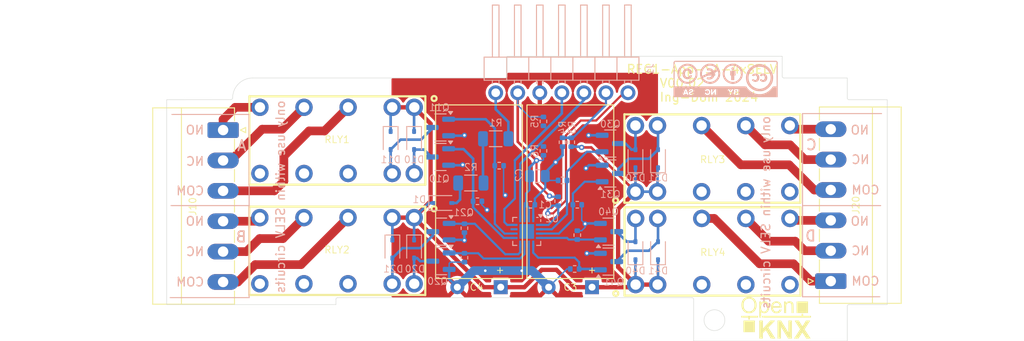
<source format=kicad_pcb>
(kicad_pcb (version 20240108) (generator "pcbnew") (generator_version "8.0")
  (title_block (date "2024-08-19") (rev "V00.02"))
  (layers (0 "F.Cu" signal) (31 "B.Cu" signal) (34 "B.Paste" user) (35 "F.Paste" user) (36 "B.SilkS" user "B.Silkscreen") (37 "F.SilkS" user "F.Silkscreen") (38 "B.Mask" user) (39 "F.Mask" user) (44 "Edge.Cuts" user))
  (net 0 "")
  (net 1 "+12V")
  (net 2 "Net-(D20-A)")
  (net 3 "Net-(D21-A)")
  (net 4 "Net-(D30-A)")
  (net 5 "+3.3V")
  (net 6 "GND")
  (net 7 "Net-(D31-A)")
  (net 8 "Net-(D10-A)")
  (net 9 "Net-(D11-A)")
  (net 10 "Net-(D40-A)")
  (net 11 "Net-(D41-A)")
  (net 21 "Net-(J10-Pin_1)")
  (net 22 "Net-(J10-Pin_2)")
  (net 23 "Net-(J10-Pin_3)")
  (net 24 "Net-(J10-Pin_4)")
  (net 25 "Net-(J10-Pin_5)")
  (net 26 "Net-(J10-Pin_6)")
  (net 30 "Net-(J20-Pin_4)")
  (net 31 "Net-(J20-Pin_5)")
  (net 32 "Net-(J20-Pin_6)")
  (net 33 "Net-(J20-Pin_1)")
  (net 34 "Net-(J20-Pin_2)")
  (net 35 "Net-(J20-Pin_3)")
  (net 36 "Net-(J1-VCC2)")
  (net 37 "Net-(D1-A)")
  (net 38 "Net-(R1-Pad2)")
  (net 39 "SDA")
  (net 40 "SCL")
  (net 41 "ADC0")
  (net 44 "RLY1_RESET")
  (net 45 "RLY2_SET")
  (net 46 "RLY2_RESET")
  (net 47 "RLY4_SET")
  (net 48 "RLY4_RESET")
  (net 49 "RLY1_SET")
  (net 50 "RESET")
  (net 51 "RLY3_SET")
  (net 52 "RLY3_RESET")
  (footprint "Connector_Phoenix_MC:PhoenixContact_MC_1,5_6-G-3.5_1x06_P3.50mm_Horizontal" (layer "F.Cu") (at 76.5 98.6 -90)
    (property "Reference" "J10")
    (property "Value" "01x06")
  )
  (footprint "Connector_Phoenix_MC:PhoenixContact_MC_1,5_6-G-3.5_1x06_P3.50mm_Horizontal" (layer "F.Cu") (at 146.5 116 90)
    (property "Reference" "J20")
    (property "Value" "Conn_01x06")
  )
  (footprint "DomsKiCADLib:CP_Radial_D10.0mm_H20.0mm_P5.00mm_Horizontal" (layer "F.Cu") (at 119 116.7 180)
    (property "Reference" "C3")
    (property "Value" "2200uF / 16V")
  )
  (footprint "DomsKiCADLib:RELAY-TH_HFD2-X-X-L2-X" (layer "F.Cu") (at 132.889992 101.889992)
    (property "Reference" "RLY3")
    (property "Value" "HFD2/012-S-L2-D")
  )
  (footprint "DomsKiCADLib:RELAY-TH_HFD2-X-X-L2-X" (layer "F.Cu") (at 132.909982 112.589992)
    (property "Reference" "RLY4")
    (property "Value" "HFD2/012-S-L2-D")
  )
  (footprint "OpenKNX:OpenKNX_Logo_10x10" (layer "F.Cu") (at 140.2 120.2)
    (property "Reference" "G***")
    (property "Value" "LOGO" (hide yes))
  )
  (footprint "DomsKiCADLib:CP_Radial_D10.0mm_H20.0mm_P5.00mm_Horizontal" (layer "F.Cu") (at 108.48 116.7 180)
    (property "Reference" "C4")
    (property "Value" "2200uF / 16V")
  )
  (footprint "DomsKiCADLib:RELAY-TH_HFD2-X-X-L2-X" (layer "F.Cu") (at 89.629997 99.789992 180)
    (property "Reference" "RLY1")
    (property "Value" "HFD2/012-S-L2-D")
  )
  (footprint "DomsKiCADLib:RELAY-TH_HFD2-X-X-L2-X" (layer "F.Cu") (at 89.620029 112.494666 180)
    (property "Reference" "RLY2")
    (property "Value" "HFD2/012-S-L2-D")
  )
  (footprint "Connector_PinHeader_2.54mm:PinHeader_1x10_P2.54mm_Horizontal" (layer "B.Cu") (at 130.76 94.3 90)
    (property "Reference" "J1")
    (property "Value" "REG1_App_Connector")
  )
  (footprint "Resistor_SMD:R_0402_1005Metric" (layer "B.Cu") (at 104.3 109.9 90)
    (property "Reference" "R12")
    (property "Value" "100k")
  )
  (footprint "Diode_SMD:D_SOD-323" (layer "B.Cu") (at 96 112.3 -90)
    (property "Reference" "D21")
    (property "Value" "1N4148W")
  )
  (footprint "Resistor_SMD:R_0402_1005Metric" (layer "B.Cu") (at 113.4 97.6 -90)
    (property "Reference" "R5")
    (property "Value" "10k")
  )
  (footprint "Resistor_SMD:R_0402_1005Metric" (layer "B.Cu") (at 113.4 101 90)
    (property "Reference" "R6")
    (property "Value" "10k")
  )
  (footprint "Resistor_SMD:R_0805_2012Metric" (layer "B.Cu") (at 112.7 103.9)
    (property "Reference" "C2")
    (property "Value" "10uF")
  )
  (footprint "Package_TO_SOT_SMD:SOT-23" (layer "B.Cu") (at 121.1 100.15)
    (property "Reference" "Q30")
    (property "Value" "AO3400A")
  )
  (footprint "Diode_SMD:D_SOD-323" (layer "B.Cu") (at 126.6 101.9 90)
    (property "Reference" "D31")
    (property "Value" "1N4148W")
  )
  (footprint "Package_TO_SOT_SMD:SOT-23" (layer "B.Cu") (at 120.9 110.3)
    (property "Reference" "Q40")
    (property "Value" "AO3400A")
  )
  (footprint "Resistor_SMD:R_0402_1005Metric" (layer "B.Cu") (at 105.8 106.8 180)
    (property "Reference" "R13")
    (property "Value" "100k")
  )
  (footprint "Package_TO_SOT_SMD:SOT-23" (layer "B.Cu") (at 101.6 110.3 180)
    (property "Reference" "Q21")
    (property "Value" "AO3400A")
  )
  (footprint "Package_TO_SOT_SMD:SOT-23" (layer "B.Cu") (at 120.9 113.75)
    (property "Reference" "Q41")
    (property "Value" "AO3400A")
  )
  (footprint "Resistor_SMD:R_0402_1005Metric" (layer "B.Cu") (at 104.3 113.3 90)
    (property "Reference" "R11")
    (property "Value" "100k")
  )
  (footprint "Resistor_SMD:R_0402_1005Metric" (layer "B.Cu") (at 115.6 100 90)
    (property "Reference" "R3")
    (property "Value" "33k")
  )
  (footprint "Resistor_SMD:R_0402_1005Metric" (layer "B.Cu") (at 117.3 107.2 180)
    (property "Reference" "R8")
    (property "Value" "100k")
  )
  (footprint "Package_TO_SOT_SMD:SOT-23" (layer "B.Cu") (at 121.1 103.6)
    (property "Reference" "Q31")
    (property "Value" "AO3400A")
  )
  (footprint "Resistor_SMD:R_0402_1005Metric" (layer "B.Cu") (at 117.3 110.7 -90)
    (property "Reference" "R9")
    (property "Value" "100k")
  )
  (footprint "Resistor_SMD:R_0402_1005Metric" (layer "B.Cu") (at 115.6 104.4)
    (property "Reference" "R7")
    (property "Value" "100k")
  )
  (footprint "Resistor_SMD:R_0402_1005Metric" (layer "B.Cu") (at 115.1 106.79 -90)
    (property "Reference" "R15")
    (property "Value" "10k")
  )
  (footprint "Resistor_SMD:R_0402_1005Metric" (layer "B.Cu") (at 111.9 107.2)
    (property "Reference" "C1")
    (property "Value" "100nF")
  )
  (footprint "Diode_SMD:D_SOD-323" (layer "B.Cu") (at 126.6 112.5 90)
    (property "Reference" "D41")
    (property "Value" "1N4148W")
  )
  (footprint "Diode_SMD:D_SOD-323" (layer "B.Cu") (at 95.8 99.8 -90)
    (property "Reference" "D11")
    (property "Value" "1N4148W")
  )
  (footprint "Diode_SMD:D_SOD-323" (layer "B.Cu") (at 98.5 99.8 -90)
    (property "Reference" "D10")
    (property "Value" "1N4148W")
  )
  (footprint "Diode_SMD:D_SOD-323" (layer "B.Cu") (at 98.5 112.3 -90)
    (property "Reference" "D20")
    (property "Value" "1N4148W")
  )
  (footprint "Package_TO_SOT_SMD:SOT-23" (layer "B.Cu") (at 101.5375 98.3 180)
    (property "Reference" "Q11")
    (property "Value" "AO3400A")
  )
  (footprint "Resistor_SMD:R_1206_3216Metric" (layer "B.Cu") (at 105.0375 104.7 180)
    (property "Reference" "R2")
    (property "Value" "100")
  )
  (footprint "Package_DFN_QFN:QFN-16-1EP_3x3mm_P0.5mm_EP1.7x1.7mm" (layer "B.Cu") (at 111.475 110.275 180)
    (property "Reference" "U2")
    (property "Value" "TCA6408ARGTR")
  )
  (footprint "OpenKNX:CC-BY-NY-SA_12x4" (layer "B.Cu") (at 134.4 92.7 180)
    (property "Reference" "G1")
    (property "Value" "LOGO" (hide yes))
  )
  (footprint "Diode_SMD:D_SOD-323" (layer "B.Cu") (at 124 101.9 90)
    (property "Reference" "D30")
    (property "Value" "1N4148W")
  )
  (footprint "Package_TO_SOT_SMD:SOT-23" (layer "B.Cu") (at 101.5375 101.7 180)
    (property "Reference" "Q10")
    (property "Value" "AO3400A")
  )
  (footprint "Diode_SMD:D_SOD-323" (layer "B.Cu") (at 101.8 107)
    (property "Reference" "D1")
    (property "Value" "D_Schottky")
  )
  (footprint "Diode_SMD:D_SOD-323" (layer "B.Cu") (at 124 112.5 90)
    (property "Reference" "D40")
    (property "Value" "1N4148W")
  )
  (footprint "Resistor_SMD:R_1206_3216Metric" (layer "B.Cu") (at 107.9 99.6 180)
    (property "Reference" "R1")
    (property "Value" "100")
  )
  (footprint "Resistor_SMD:R_0402_1005Metric" (layer "B.Cu") (at 116.6 100 -90)
    (property "Reference" "R4")
    (property "Value" "100k")
  )
  (footprint "Resistor_SMD:R_0402_1005Metric" (layer "B.Cu") (at 108.3 102.7 180)
    (property "Reference" "R14")
    (property "Value" "100k")
  )
  (footprint "Resistor_SMD:R_0402_1005Metric" (layer "B.Cu") (at 117 114.6)
    (property "Reference" "R10")
    (property "Value" "100k")
  )
  (footprint "Package_TO_SOT_SMD:SOT-23" (layer "B.Cu") (at 101.6 113.7 180)
    (property "Reference" "Q20")
    (property "Value" "AO3400A")
  )
  (gr_line (start 79.5 107.3) (end 79.5 96.8) (stroke (width 0.12)) (layer "B.SilkS"))
  (gr_line (start 79.5 107.3) (end 79.5 117.9) (stroke (width 0.12)) (layer "B.SilkS"))
  (gr_line (start 143.25 96.7) (end 152.35 96.7) (stroke (width 0.12)) (layer "B.SilkS"))
  (gr_line (start 152.25 107.3) (end 143.25 107.3) (stroke (width 0.12)) (layer "B.SilkS"))
  (gr_line (start 79.5 117.9) (end 70.4 117.9) (stroke (width 0.12)) (layer "B.SilkS"))
  (gr_line (start 79.5 96.8) (end 70.6 96.8) (stroke (width 0.12)) (layer "B.SilkS"))
  (gr_line (start 70.5 107.3) (end 79.5 107.3) (stroke (width 0.12)) (layer "B.SilkS"))
  (gr_line (start 143.25 117.8) (end 152.15 117.8) (stroke (width 0.12)) (layer "B.SilkS"))
  (gr_line (start 143.25 107.3) (end 143.25 96.7) (stroke (width 0.12)) (layer "B.SilkS"))
  (gr_line (start 143.25 107.3) (end 143.25 117.8) (stroke (width 0.12)) (layer "B.SilkS"))
  (gr_line (start 130.5 117.9) (end 89.7 117.9) (stroke (width 0.05)) (layer "Edge.Cuts"))
  (gr_line (start 89.5 118.7) (end 70 118.7) (stroke (width 0.05)) (layer "Edge.Cuts"))
  (gr_line (start 153 95.1) (end 153 118.7) (stroke (width 0.05)) (layer "Edge.Cuts"))
  (gr_line (start 70 95.1) (end 70 118.7) (stroke (width 0.05)) (layer "Edge.Cuts"))
  (gr_line (start 109.2 90.1) (end 140.9 90.1) (stroke (width 0.05)) (layer "Edge.Cuts"))
  (gr_arc (start 141.1 92.6) (mid 140.958579 92.541421) (end 140.9 92.4) (stroke (width 0.05)) (layer "Edge.Cuts"))
  (gr_line (start 70 95.1) (end 77.4 95.091005) (stroke (width 0.05)) (layer "Edge.Cuts"))
  (gr_line (start 148.4 118.9) (end 148.4 122.9) (stroke (width 0.05)) (layer "Edge.Cuts"))
  (gr_arc (start 148.6 95.1) (mid 148.458579 95.041421) (end 148.4 94.9) (stroke (width 0.05)) (layer "Edge.Cuts"))
  (gr_line (start 153 118.7) (end 148.6 118.7) (stroke (width 0.05)) (layer "Edge.Cuts"))
  (gr_line (start 109.2 90.1) (end 109.2 92.4) (stroke (width 0.05)) (layer "Edge.Cuts"))
  (gr_line (start 109 92.6) (end 79.9 92.6) (stroke (width 0.05)) (layer "Edge.Cuts"))
  (gr_line (start 153 95.1) (end 148.6 95.1) (stroke (width 0.05)) (layer "Edge.Cuts"))
  (gr_arc (start 148.4 118.9) (mid 148.458579 118.758579) (end 148.6 118.7) (stroke (width 0.05)) (layer "Edge.Cuts"))
  (gr_circle (center 133.1 120.5) (end 133.1 121.7) (stroke (width 0.05)) (fill none) (layer "Edge.Cuts"))
  (gr_line (start 141.1 92.6) (end 148.4 92.6) (stroke (width 0.05)) (layer "Edge.Cuts"))
  (gr_line (start 148.4 122.9) (end 130.7 122.9) (stroke (width 0.05)) (layer "Edge.Cuts"))
  (gr_line (start 89.5 118.7) (end 89.5 118.1) (stroke (width 0.05)) (layer "Edge.Cuts"))
  (gr_arc (start 109.2 92.4) (mid 109.141421 92.541421) (end 109 92.6) (stroke (width 0.05)) (layer "Edge.Cuts"))
  (gr_arc (start 130.5 117.9) (mid 130.641421 117.958579) (end 130.7 118.1) (stroke (width 0.05)) (layer "Edge.Cuts"))
  (gr_arc (start 77.6 94.9) (mid 78.273654 93.273654) (end 79.9 92.6) (stroke (width 0.05)) (layer "Edge.Cuts"))
  (gr_line (start 130.7 122.9) (end 130.7 118.1) (stroke (width 0.05)) (layer "Edge.Cuts"))
  (gr_arc (start 77.591005 94.9) (mid 77.535061 95.035061) (end 77.4 95.091005) (stroke (width 0.05)) (layer "Edge.Cuts"))
  (gr_line (start 148.4 94.9) (end 148.4 92.6) (stroke (width 0.05)) (layer "Edge.Cuts"))
  (gr_arc (start 89.5 118.1) (mid 89.558579 117.958579) (end 89.7 117.9) (stroke (width 0.05)) (layer "Edge.Cuts"))
  (gr_line (start 140.9 90.1) (end 140.9 92.4) (stroke (width 0.05)) (layer "Edge.Cuts"))
  (gr_text "only use within SELV circuits" (at 139.6 96.9 90) (layer "B.SilkS") (effects (font (size 1 1)) (justify left bottom mirror)))
  (gr_text "COM" (at 148.8 105.5 0) (layer "B.SilkS") (effects (font (size 1 1)) (justify right mirror)))
  (gr_text "COM" (at 74.4 116.1 0) (layer "B.SilkS") (effects (font (size 1 1)) (justify left mirror)))
  (gr_text "NO" (at 148.7 98.6 0) (layer "B.SilkS") (effects (font (size 1 1)) (justify right mirror)))
  (gr_text "COM" (at 74.4 105.6 0) (layer "B.SilkS") (effects (font (size 1 1)) (justify left mirror)))
  (gr_text "NC" (at 74.4 112.6 0) (layer "B.SilkS") (effects (font (size 1 1)) (justify left mirror)))
  (gr_text "A" (at 79.3 101.1 0) (layer "B.SilkS") (effects (font (size 1.2 1.2) (thickness 0.2) (bold yes)) (justify left bottom mirror)))
  (gr_text "NC" (at 148.8 102 0) (layer "B.SilkS") (effects (font (size 1 1)) (justify right mirror)))
  (gr_text "only use within SELV circuits" (at 83.7 95.1 90) (layer "B.SilkS") (effects (font (size 1 1)) (justify left bottom mirror)))
  (gr_text "D" (at 144.9 111.5 0) (layer "B.SilkS") (effects (font (size 1.2 1.2) (thickness 0.2) (bold yes)) (justify left bottom mirror)))
  (gr_text "C" (at 145 101 0) (layer "B.SilkS") (effects (font (size 1.2 1.2) (thickness 0.2) (bold yes)) (justify left bottom mirror)))
  (gr_text "NC" (at 148.8 112.5 0) (layer "B.SilkS") (effects (font (size 1 1)) (justify right mirror)))
  (gr_text "COM" (at 148.8 116 0) (layer "B.SilkS") (effects (font (size 1 1)) (justify right mirror)))
  (gr_text "NO" (at 148.7 109.1 0) (layer "B.SilkS") (effects (font (size 1 1)) (justify right mirror)))
  (gr_text "NO" (at 74.4 98.6 0) (layer "B.SilkS") (effects (font (size 1 1)) (justify left mirror)))
  (gr_text "NC" (at 74.4 102.2 0) (layer "B.SilkS") (effects (font (size 1 1)) (justify left mirror)))
  (gr_text "B" (at 79.3 111.6 0) (layer "B.SilkS") (effects (font (size 1.2 1.2) (thickness 0.2) (bold yes)) (justify left bottom mirror)))
  (gr_text "NO" (at 74.4 109.1 0) (layer "B.SilkS") (effects (font (size 1 1)) (justify left mirror)))
  (gr_text "REG1-App-SA-4xSELV\n     V00.02\n     Ing-Dom 2024" (at 122.9 93.2 0) (layer "F.SilkS") (effects (font (size 1 1)) (justify left)))
  (segment (start 111.2 116.7) (end 113.2 114.7) (width 0.5) (layer "F.Cu") (net 1))
  (segment (start 100.4 97.859969) (end 100.4 106.794705) (width 0.5) (layer "F.Cu") (net 1))
  (segment (start 124.019964 116.4) (end 122 114.380036) (width 0.5) (layer "F.Cu") (net 1))
  (segment (start 98.510047 108.684658) (end 106.525389 116.7) (width 0.5) (layer "F.Cu") (net 1))
  (segment (start 119 116.7) (end 116.9 116.7) (width 0.5) (layer "F.Cu") (net 1))
  (segment (start 122 114.380036) (end 122 107.8) (width 0.5) (layer "F.Cu") (net 1))
  (segment (start 98.520015 95.979984) (end 100.4 97.859969) (width 0.5) (layer "F.Cu") (net 1))
  (segment (start 100.4 106.794705) (end 98.510047 108.684658) (width 0.5) (layer "F.Cu") (net 1))
  (segment (start 95.970042 108.684658) (end 98.510047 108.684658) (width 0.5) (layer "F.Cu") (net 1))
  (segment (start 123.719964 116.7) (end 124.019964 116.4) (width 0.5) (layer "F.Cu") (net 1))
  (segment (start 124.019964 116.4) (end 126.559969 116.4) (width 0.5) (layer "F.Cu") (net 1))
  (segment (start 123.999974 105.7) (end 122 107.699974) (width 0.5) (layer "F.Cu") (net 1))
  (segment (start 119 116.7) (end 123.719964 116.7) (width 0.5) (layer "F.Cu") (net 1))
  (segment (start 122 107.699974) (end 122 107.8) (width 0.5) (layer "F.Cu") (net 1))
  (segment (start 117.8 100.6) (end 118.899974 100.6) (width 0.3) (layer "F.Cu") (net 1))
  (segment (start 95.98001 95.979984) (end 98.520015 95.979984) (width 0.5) (layer "F.Cu") (net 1))
  (segment (start 118.899974 100.6) (end 123.999974 105.7) (width 0.3) (layer "F.Cu") (net 1))
  (segment (start 116.9 116.7) (end 114.9 114.7) (width 0.5) (layer "F.Cu") (net 1))
  (segment (start 113.2 114.7) (end 114.9 114.7) (width 0.5) (layer "F.Cu") (net 1))
  (segment (start 106.525389 116.7) (end 108.48 116.7) (width 0.5) (layer "F.Cu") (net 1))
  (segment (start 108.48 116.7) (end 111.2 116.7) (width 0.5) (layer "F.Cu") (net 1))
  (via (at 117.8 100.6) (size 0.6) (drill 0.3) (layers "F.Cu" "B.Cu") (net 1))
  (segment (start 117.71 100.51) (end 117.8 100.6) (width 0.3) (layer "B.Cu") (net 1))
  (segment (start 126.539979 105.7) (end 126.539979 103.010021) (width 0.3) (layer "B.Cu") (net 1))
  (segment (start 123.999974 102.950026) (end 124 102.95) (width 0.3) (layer "B.Cu") (net 1))
  (segment (start 98.5 111.25) (end 98.5 108.694705) (width 0.3) (layer "B.Cu") (net 1))
  (segment (start 95.8 96.159994) (end 95.98001 95.979984) (width 0.3) (layer "B.Cu") (net 1))
  (segment (start 124 116.380036) (end 124.019964 116.4) (width 0.3) (layer "B.Cu") (net 1))
  (segment (start 98.5 95.999999) (end 98.520015 95.979984) (width 0.3) (layer "B.Cu") (net 1))
  (segment (start 124 113.55) (end 124 116.380036) (width 0.3) (layer "B.Cu") (net 1))
  (segment (start 126.6 116.359969) (end 126.559969 116.4) (width 0.3) (layer "B.Cu") (net 1))
  (segment (start 96 108.714616) (end 95.970042 108.684658) (width 0.3) (layer "B.Cu") (net 1))
  (segment (start 96 111.25) (end 96 108.714616) (width 0.3) (layer "B.Cu") (net 1))
  (segment (start 126.6 113.55) (end 126.6 116.359969) (width 0.3) (layer "B.Cu") (net 1))
  (segment (start 126.539979 105.7) (end 123.999974 105.7) (width 0.3) (layer "B.Cu") (net 1))
  (segment (start 95.8 98.75) (end 95.8 96.159994) (width 0.3) (layer "B.Cu") (net 1))
  (segment (start 98.5 98.75) (end 98.5 95.999999) (width 0.3) (layer "B.Cu") (net 1))
  (segment (start 100.75 107) (end 100.194705 107) (width 0.3) (layer "B.Cu") (net 1))
  (segment (start 126.539979 103.010021) (end 126.6 102.95) (width 0.3) (layer "B.Cu") (net 1))
  (segment (start 100.194705 107) (end 98.510047 108.684658) (width 0.3) (layer "B.Cu") (net 1))
  (segment (start 98.5 108.694705) (end 98.510047 108.684658) (width 0.3) (layer "B.Cu") (net 1))
  (segment (start 123.999974 105.7) (end 123.999974 102.950026) (width 0.3) (layer "B.Cu") (net 1))
  (segment (start 116.6 100.51) (end 117.71 100.51) (width 0.3) (layer "B.Cu") (net 1))
  (segment (start 98.85 113.35) (end 99.2 113.7) (width 0.3) (layer "B.Cu") (net 2))
  (segment (start 98.5 113.35) (end 98.5 116.294627) (width 0.3) (layer "B.Cu") (net 2))
  (segment (start 98.5 113.35) (end 98.85 113.35) (width 0.3) (layer "B.Cu") (net 2))
  (segment (start 99.2 113.7) (end 100.6625 113.7) (width 0.3) (layer "B.Cu") (net 2))
  (segment (start 98.5 116.294627) (end 98.510047 116.304674) (width 0.3) (layer "B.Cu") (net 2))
  (segment (start 96 116.274716) (end 95.970042 116.304674) (width 0.3) (layer "B.Cu") (net 3))
  (segment (start 97.15 112.2) (end 96 113.35) (width 0.3) (layer "B.Cu") (net 3))
  (segment (start 96 113.35) (end 96 116.274716) (width 0.3) (layer "B.Cu") (net 3))
  (segment (start 100.6625 110.7375) (end 99.2 112.2) (width 0.3) (layer "B.Cu") (net 3))
  (segment (start 100.6625 110.3) (end 100.6625 110.7375) (width 0.3) (layer "B.Cu") (net 3))
  (segment (start 99.2 112.2) (end 97.15 112.2) (width 0.3) (layer "B.Cu") (net 3))
  (segment (start 124 98.08001) (end 123.999974 98.079984) (width 0.3) (layer "B.Cu") (net 4))
  (segment (start 124 100.85) (end 124 98.08001) (width 0.3) (layer "B.Cu") (net 4))
  (segment (start 124 100.85) (end 123.55 100.85) (width 0.3) (layer "B.Cu") (net 4))
  (segment (start 123.55 100.85) (end 122.85 100.15) (width 0.3) (layer "B.Cu") (net 4))
  (segment (start 122.85 100.15) (end 122.0375 100.15) (width 0.3) (layer "B.Cu") (net 4))
  (segment (start 114.1 106.2) (end 112.6 104.7) (width 0.25) (layer "F.Cu") (net 5))
  (segment (start 110.44 94.3) (end 110.44 99.94) (width 0.3) (layer "F.Cu") (net 5))
  (segment (start 112.6 104.7) (end 112.6 102.1) (width 0.25) (layer "F.Cu") (net 5))
  (segment (start 110.44 99.94) (end 112.6 102.1) (width 0.3) (layer "F.Cu") (net 5))
  (via (at 112.6 102.1) (size 0.6) (drill 0.3) (layers "F.Cu" "B.Cu") (net 5))
  (via (at 114.1 106.2) (size 0.6) (drill 0.3) (layers "F.Cu" "B.Cu") (net 5))
  (segment (start 111.7875 103.9) (end 111.7875 102.9125) (width 0.3) (layer "B.Cu") (net 5))
  (segment (start 111.7875 105.5125) (end 111.7875 103.9) (width 0.25) (layer "B.Cu") (net 5))
  (segment (start 111.7875 102.9125) (end 112.6 102.1) (width 0.3) (layer "B.Cu") (net 5))
  (segment (start 111.725 107.535) (end 111.39 107.2) (width 0.25) (layer "B.Cu") (net 5))
  (segment (start 111.725 108.8125) (end 111.725 107.535) (width 0.25) (layer "B.Cu") (net 5))
  (segment (start 113.3 102.1) (end 113.4 102) (width 0.16) (layer "B.Cu") (net 5))
  (segment (start 111.225 108.8125) (end 111.225 107.365) (width 0.25) (layer "B.Cu") (net 5))
  (segment (start 111.39 105.91) (end 111.7875 105.5125) (width 0.25) (layer "B.Cu") (net 5))
  (segment (start 113.4 101.51) (end 113.4 102) (width 0.16) (layer "B.Cu") (net 5))
  (segment (start 115.1 106.28) (end 114.18 106.28) (width 0.25) (layer "B.Cu") (net 5))
  (segment (start 111.39 107.2) (end 111.39 105.91) (width 0.25) (layer "B.Cu") (net 5))
  (segment (start 111.225 107.365) (end 111.39 107.2) (width 0.25) (layer "B.Cu") (net 5))
  (segment (start 113.4 97.09) (end 111.8 97.09) (width 0.16) (layer "B.Cu") (net 5))
  (segment (start 114.18 106.28) (end 114.1 106.2) (width 0.25) (layer "B.Cu") (net 5))
  (segment (start 112.6 102.1) (end 113.3 102.1) (width 0.16) (layer "B.Cu") (net 5))
  (segment (start 110.44 94.3) (end 110.44 95.73) (width 0.16) (layer "B.Cu") (net 5))
  (segment (start 110.44 95.73) (end 111.8 97.09) (width 0.16) (layer "B.Cu") (net 5))
  (via (at 118.3 103) (size 0.6) (drill 0.3) (layers "F.Cu" "B.Cu") (net 6))
  (via (at 104.3 111.3) (size 0.6) (drill 0.3) (layers "F.Cu" "B.Cu") (net 6))
  (via (at 110.9 114.8) (size 0.6) (drill 0.3) (layers "F.Cu" "B.Cu") (net 6))
  (via (at 106.9 107.8) (size 0.6) (drill 0.3) (layers "F.Cu" "B.Cu") (net 6))
  (via (at 114.8 102.3) (size 0.6) (drill 0.3) (layers "F.Cu" "B.Cu") (net 6))
  (via (at 109 106.1) (size 0.6) (drill 0.3) (layers "F.Cu" "B.Cu") (net 6))
  (via (at 106.7 114.8) (size 0.6) (drill 0.3) (layers "F.Cu" "B.Cu") (net 6))
  (via (at 118.2 109.4) (size 0.6) (drill 0.3) (layers "F.Cu" "B.Cu") (net 6))
  (via (at 118.4 112.8) (size 0.6) (drill 0.3) (layers "F.Cu" "B.Cu") (net 6))
  (via (at 104.3 99.2) (size 0.6) (drill 0.3) (layers "F.Cu" "B.Cu") (net 6))
  (via (at 118.6 99.2) (size 0.6) (drill 0.3) (layers "F.Cu" "B.Cu") (net 6))
  (via (at 104.1 102.6) (size 0.6) (drill 0.3) (layers "F.Cu" "B.Cu") (net 6))
  (segment (start 117.3 110.19) (end 117.81 110.19) (width 0.16) (layer "B.Cu") (net 6))
  (segment (start 106.31 106.8) (end 106.31 107.21) (width 0.16) (layer "B.Cu") (net 6))
  (segment (start 113.6125 103.4875) (end 114.8 102.3) (width 0.3) (layer "B.Cu") (net 6))
  (segment (start 112.1 114.8) (end 114 116.7) (width 1) (layer "B.Cu") (net 6))
  (segment (start 115.09 104.4) (end 114.1125 104.4) (width 0.16) (layer "B.Cu") (net 6))
  (segment (start 116.49 114.6) (end 116.1 114.6) (width 0.16) (layer "B.Cu") (net 6))
  (segment (start 102.5375 114.65) (end 102.5375 115.7575) (width 0.3) (layer "B.Cu") (net 6))
  (segment (start 115.6 101.5) (end 114.8 102.3) (width 0.3) (layer "B.Cu") (net 6))
  (segment (start 102.5375 111.25) (end 104.25 111.25) (width 0.3) (layer "B.Cu") (net 6))
  (segment (start 102.69 113.81) (end 102.5375 113.9625) (width 0.16) (layer "B.Cu") (net 6))
  (segment (start 102.475 102.65) (end 104.05 102.65) (width 0.3) (layer "B.Cu") (net 6))
  (segment (start 105.39 114.79) (end 106.69 114.79) (width 1) (layer "B.Cu") (net 6))
  (segment (start 117.81 107.2) (end 117.81 109.01) (width 0.16) (layer "B.Cu") (net 6))
  (segment (start 112.225 108.8125) (end 112.225 107.385) (width 0.25) (layer "B.Cu") (net 6))
  (segment (start 111.725 111.7375) (end 111.725 114.425) (width 0.25) (layer "B.Cu") (net 6))
  (segment (start 106.7 114.8) (end 106.71 114.79) (width 1) (layer "B.Cu") (net 6))
  (segment (start 117.81 109.01) (end 118.2 109.4) (width 0.16) (layer "B.Cu") (net 6))
  (segment (start 116.1 114.6) (end 114 116.7) (width 0.16) (layer "B.Cu") (net 6))
  (segment (start 104.25 99.25) (end 104.3 99.2) (width 0.3) (layer "B.Cu") (net 6))
  (segment (start 102.5375 113.9625) (end 102.5375 114.65) (width 0.16) (layer "B.Cu") (net 6))
  (segment (start 108.81 105.91) (end 109 106.1) (width 0.16) (layer "B.Cu") (net 6))
  (segment (start 106.69 114.79) (end 106.7 114.8) (width 1) (layer "B.Cu") (net 6))
  (segment (start 102.5375 115.7575) (end 103.48 116.7) (width 0.3) (layer "B.Cu") (net 6))
  (segment (start 115.6 100.51) (end 115.6 101.5) (width 0.3) (layer "B.Cu") (net 6))
  (segment (start 112.41 106.49) (end 113.6125 105.2875) (width 0.25) (layer "B.Cu") (net 6))
  (segment (start 104.25 111.25) (end 104.3 111.3) (width 0.3) (layer "B.Cu") (net 6))
  (segment (start 113.6125 105.2875) (end 113.6125 103.9) (width 0.25) (layer "B.Cu") (net 6))
  (segment (start 106.71 114.79) (end 110.89 114.79) (width 1) (layer "B.Cu") (net 6))
  (segment (start 111.725 114.425) (end 112.09 114.79) (width 0.25) (layer "B.Cu") (net 6))
  (segment (start 112.225 107.385) (end 112.41 107.2) (width 0.25) (layer "B.Cu") (net 6))
  (segment (start 118.2 109.8) (end 118.2 109.4) (width 0.16) (layer "B.Cu") (net 6))
  (segment (start 103.48 116.7) (end 105.39 114.79) (width 1) (layer "B.Cu") (net 6))
  (segment (start 112.41 107.2) (end 112.41 106.49) (width 0.25) (layer "B.Cu") (net 6))
  (segment (start 110.89 114.79) (end 110.9 114.8) (width 1) (layer "B.Cu") (net 6))
  (segment (start 106.31 107.21) (end 106.9 107.8) (width 0.16) (layer "B.Cu") (net 6))
  (segment (start 110.91 114.79) (end 112.09 114.79) (width 1) (layer "B.Cu") (net 6))
  (segment (start 110.9 114.8) (end 110.91 114.79) (width 1) (layer "B.Cu") (net 6))
  (segment (start 104.3 113.81) (end 102.69 113.81) (width 0.16) (layer "B.Cu") (net 6))
  (segment (start 120.1625 102.65) (end 118.65 102.65) (width 0.3) (layer "B.Cu") (net 6))
  (segment (start 114.1125 104.4) (end 113.6125 103.9) (width 0.16) (layer "B.Cu") (net 6))
  (segment (start 104.3 111.3) (end 104.3 110.41) (width 0.3) (layer "B.Cu") (net 6))
  (segment (start 108.81 102.7) (end 108.81 105.91) (width 0.16) (layer "B.Cu") (net 6))
  (segment (start 118.25 109.35) (end 118.2 109.4) (width 0.3) (layer "B.Cu") (net 6))
  (segment (start 102.475 99.25) (end 104.25 99.25) (width 0.3) (layer "B.Cu") (net 6))
  (segment (start 113.6125 103.9) (end 113.6125 103.4875) (width 0.3) (layer "B.Cu") (net 6))
  (segment (start 119.9625 112.8) (end 118.4 112.8) (width 0.3) (layer "B.Cu") (net 6))
  (segment (start 117.81 110.19) (end 118.2 109.8) (width 0.16) (layer "B.Cu") (net 6))
  (segment (start 119.9625 109.35) (end 118.25 109.35) (width 0.3) (layer "B.Cu") (net 6))
  (segment (start 112.09 114.79) (end 112.1 114.8) (width 1) (layer "B.Cu") (net 6))
  (segment (start 118.65 102.65) (end 118.3 103) (width 0.3) (layer "B.Cu") (net 6))
  (segment (start 104.05 102.65) (end 104.1 102.6) (width 0.3) (layer "B.Cu") (net 6))
  (segment (start 120.1625 99.2) (end 118.6 99.2) (width 0.3) (layer "B.Cu") (net 6))
  (segment (start 126.6 98.140005) (end 126.539979 98.079984) (width 0.3) (layer "B.Cu") (net 7))
  (segment (start 125.55 101.9) (end 126.6 100.85) (width 0.3) (layer "B.Cu") (net 7))
  (segment (start 122.0375 103.0625) (end 123.2 101.9) (width 0.3) (layer "B.Cu") (net 7))
  (segment (start 122.0375 103.6) (end 122.0375 103.0625) (width 0.3) (layer "B.Cu") (net 7))
  (segment (start 126.6 100.85) (end 126.6 98.140005) (width 0.3) (layer "B.Cu") (net 7))
  (segment (start 123.2 101.9) (end 125.55 101.9) (width 0.3) (layer "B.Cu") (net 7))
  (segment (start 98.5 103.579985) (end 98.520015 103.6) (width 0.3) (layer "B.Cu") (net 8))
  (segment (start 98.5 100.85) (end 99.65 100.85) (width 0.3) (layer "B.Cu") (net 8))
  (segment (start 99.65 100.85) (end 100.6 101.8) (width 0.3) (layer "B.Cu") (net 8))
  (segment (start 98.5 100.85) (end 98.5 103.579985) (width 0.3) (layer "B.Cu") (net 8))
  (segment (start 96.95 99.7) (end 95.8 100.85) (width 0.3) (layer "B.Cu") (net 9))
  (segment (start 95.8 100.85) (end 95.8 103.41999) (width 0.3) (layer "B.Cu") (net 9))
  (segment (start 99.3 99.7) (end 96.95 99.7) (width 0.3) (layer "B.Cu") (net 9))
  (segment (start 100.6 98.4) (end 99.3 99.7) (width 0.3) (layer "B.Cu") (net 9))
  (segment (start 95.8 103.41999) (end 95.98001 103.6) (width 0.3) (layer "B.Cu") (net 9))
  (segment (start 124 111.45) (end 122.9875 111.45) (width 0.3) (layer "B.Cu") (net 10))
  (segment (start 124 108.799948) (end 124.019964 108.779984) (width 0.3) (layer "B.Cu") (net 10))
  (segment (start 124 111.45) (end 124 108.799948) (width 0.3) (layer "B.Cu") (net 10))
  (segment (start 122.9875 111.45) (end 121.8375 110.3) (width 0.3) (layer "B.Cu") (net 10))
  (segment (start 125.55 112.5) (end 126.6 111.45) (width 0.3) (layer "B.Cu") (net 11))
  (segment (start 121.8375 113.75) (end 123.0875 112.5) (width 0.3) (layer "B.Cu") (net 11))
  (segment (start 123.0875 112.5) (end 125.55 112.5) (width 0.3) (layer "B.Cu") (net 11))
  (segment (start 126.6 111.45) (end 126.6 108.820015) (width 0.3) (layer "B.Cu") (net 11))
  (segment (start 126.6 108.820015) (end 126.559969 108.779984) (width 0.3) (layer "B.Cu") (net 11))
  (segment (start 80.739979 95.979984) (end 77.9 95.979984) (width 1) (layer "F.Cu") (net 21))
  (segment (start 76.5 98.6) (end 76.5 97.379984) (width 1) (layer "F.Cu") (net 21))
  (segment (start 76.5 97.379984) (end 77.9 95.979984) (width 1) (layer "F.Cu") (net 21))
  (segment (start 81 98.5) (end 83.299973 98.5) (width 1) (layer "F.Cu") (net 22))
  (segment (start 83.299973 98.5) (end 85.819989 95.979984) (width 1) (layer "F.Cu") (net 22))
  (segment (start 77.4 102.1) (end 81 98.5) (width 1) (layer "F.Cu") (net 22))
  (segment (start 76.5 102.1) (end 77.4 102.1) (width 1) (layer "F.Cu") (net 22))
  (segment (start 90.9 95.979984) (end 88.179984 98.7) (width 1) (layer "F.Cu") (net 23))
  (segment (start 83.5 104.5) (end 82.4 105.6) (width 1) (layer "F.Cu") (net 23))
  (segment (start 86.4 98.7) (end 83.5 101.6) (width 1) (layer "F.Cu") (net 23))
  (segment (start 88.179984 98.7) (end 86.4 98.7) (width 1) (layer "F.Cu") (net 23))
  (segment (start 83.5 101.6) (end 83.5 104.5) (width 1) (layer "F.Cu") (net 23))
  (segment (start 82.4 105.6) (end 76.5 105.6) (width 1) (layer "F.Cu") (net 23))
  (segment (start 76.5 109.1) (end 80.314669 109.1) (width 1) (layer "F.Cu") (net 24))
  (segment (start 80.314669 109.1) (end 80.730011 108.684658) (width 1) (layer "F.Cu") (net 24))
  (segment (start 76.5 112.6) (end 79.2 112.6) (width 1) (layer "F.Cu") (net 25))
  (segment (start 83.394679 111.1) (end 85.810021 108.684658) (width 1) (layer "F.Cu") (net 25))
  (segment (start 79.2 112.6) (end 80.7 111.1) (width 1) (layer "F.Cu") (net 25))
  (segment (start 80.7 111.1) (end 83.394679 111.1) (width 1) (layer "F.Cu") (net 25))
  (segment (start 80.2 114.1) (end 85.47469 114.1) (width 1) (layer "F.Cu") (net 26))
  (segment (start 85.47469 114.1) (end 90.890032 108.684658) (width 1) (layer "F.Cu") (net 26))
  (segment (start 76.5 116.1) (end 78.2 116.1) (width 1) (layer "F.Cu") (net 26))
  (segment (start 78.2 116.1) (end 80.2 114.1) (width 1) (layer "F.Cu") (net 26))
  (segment (start 144.6 105.5) (end 141.7 102.6) (width 1) (layer "F.Cu") (net 30))
  (segment (start 136.140005 102.6) (end 131.619989 98.079984) (width 1) (layer "F.Cu") (net 30))
  (segment (start 146.5 105.5) (end 144.6 105.5) (width 1) (layer "F.Cu") (net 30))
  (segment (start 141.7 102.6) (end 136.140005 102.6) (width 1) (layer "F.Cu") (net 30))
  (segment (start 136.7 98.079984) (end 138.920016 100.3) (width 1) (layer "F.Cu") (net 31))
  (segment (start 143.5 102) (end 146.5 102) (width 1) (layer "F.Cu") (net 31))
  (segment (start 138.920016 100.3) (end 141.8 100.3) (width 1) (layer "F.Cu") (net 31))
  (segment (start 141.8 100.3) (end 143.5 102) (width 1) (layer "F.Cu") (net 31))
  (segment (start 146.5 98.5) (end 142.200026 98.5) (width 1) (layer "F.Cu") (net 32))
  (segment (start 142.200026 98.5) (end 141.78001 98.079984) (width 1) (layer "F.Cu") (net 32))
  (segment (start 138.3 114) (end 133.079984 108.779984) (width 1) (layer "F.Cu") (net 33))
  (segment (start 142.2 114) (end 144.2 116) (width 1) (layer "F.Cu") (net 33))
  (segment (start 138.3 114) (end 142.2 114) (width 1) (layer "F.Cu") (net 33))
  (segment (start 133.079984 108.779984) (end 131.639979 108.779984) (width 1) (layer "F.Cu") (net 33))
  (segment (start 144.2 116) (end 146.5 116) (width 1) (layer "F.Cu") (net 33))
  (segment (start 146.5 112.5) (end 143.5 112.5) (width 1) (layer "F.Cu") (net 34))
  (segment (start 143.5 112.5) (end 142.4 111.4) (width 1) (layer "F.Cu") (net 34))
  (segment (start 136.71999 108.779984) (end 139.340006 111.4) (width 1) (layer "F.Cu") (net 34))
  (segment (start 139.340006 111.4) (end 142.4 111.4) (width 1) (layer "F.Cu") (net 34))
  (segment (start 146.5 109) (end 142.020016 109) (width 1) (layer "F.Cu") (net 35))
  (segment (start 142.020016 109) (end 141.8 108.779984) (width 1) (layer "F.Cu") (net 35))
  (segment (start 107.9 96.2) (end 109.3625 97.6625) (width 0.3) (layer "B.Cu") (net 36))
  (segment (start 109.3625 97.6625) (end 109.3625 99.6) (width 0.3) (layer "B.Cu") (net 36))
  (segment (start 107.9 94.3) (end 107.9 96.2) (width 0.3) (layer "B.Cu") (net 36))
  (segment (start 103.8 106.6) (end 103.8 104.925) (width 0.3) (layer "B.Cu") (net 37))
  (segment (start 103.8 104.925) (end 103.575 104.7) (width 0.3) (layer "B.Cu") (net 37))
  (segment (start 103.4 107) (end 103.8 106.6) (width 0.3) (layer "B.Cu") (net 37))
  (segment (start 102.85 107) (end 103.4 107) (width 0.3) (layer "B.Cu") (net 37))
  (segment (start 106.4375 99.6) (end 106.4375 104.6375) (width 0.3) (layer "B.Cu") (net 38))
  (segment (start 106.4375 104.6375) (end 106.5 104.7) (width 0.3) (layer "B.Cu") (net 38))
  (segment (start 111.2 102) (end 118.06 95.14) (width 0.3) (layer "B.Cu") (net 39))
  (segment (start 110.725 102.475) (end 110.95 102.25) (width 0.25) (layer "B.Cu") (net 39))
  (segment (start 110.725 102.475) (end 111.2 102) (width 0.25) (layer "B.Cu") (net 39))
  (segment (start 110.725 108.8125) (end 110.725 102.475) (width 0.25) (layer "B.Cu") (net 39))
  (segment (start 110.95 102.25) (end 111.2 102) (width 0.3) (layer "B.Cu") (net 39))
  (segment (start 118.06 95.14) (end 118.06 94.3) (width 0.3) (layer "B.Cu") (net 39))
  (segment (start 108.9 109.2) (end 108.9 107.7) (width 0.25) (layer "B.Cu") (net 40))
  (segment (start 110.1125 106.4875) (end 110.1125 102.0875) (width 0.25) (layer "B.Cu") (net 40))
  (segment (start 110.0125 109.525) (end 109.225 109.525) (width 0.25) (layer "B.Cu") (net 40))
  (segment (start 109.225 109.525) (end 108.9 109.2) (width 0.25) (layer "B.Cu") (net 40))
  (segment (start 108.9 107.7) (end 110.1125 106.4875) (width 0.25) (layer "B.Cu") (net 40))
  (segment (start 115.52 96.68) (end 110.1125 102.0875) (width 0.3) (layer "B.Cu") (net 40))
  (segment (start 115.52 94.3) (end 115.52 96.68) (width 0.3) (layer "B.Cu") (net 40))
  (segment (start 120.6 94.3) (end 120.6 95.7) (width 0.25) (layer "B.Cu") (net 41))
  (segment (start 115.6 99.49) (end 116.6 99.49) (width 0.3) (layer "B.Cu") (net 41))
  (segment (start 120.6 95.7) (end 116.81 99.49) (width 0.25) (layer "B.Cu") (net 41))
  (segment (start 116.81 99.49) (end 116.6 99.49) (width 0.25) (layer "B.Cu") (net 41))
  (segment (start 107.8 98.4) (end 107.8 108.1) (width 0.3) (layer "B.Cu") (net 44))
  (segment (start 107.8 108.1) (end 107.8 109.4) (width 0.25) (layer "B.Cu") (net 44))
  (segment (start 102.475 97.35) (end 106.75 97.35) (width 0.3) (layer "B.Cu") (net 44))
  (segment (start 108.925 110.525) (end 110.0125 110.525) (width 0.25) (layer "B.Cu") (net 44))
  (segment (start 106.75 97.35) (end 107.8 98.4) (width 0.3) (layer "B.Cu") (net 44))
  (segment (start 107.8 109.4) (end 108.925 110.525) (width 0.25) (layer "B.Cu") (net 44))
  (segment (start 110.7 113.4) (end 106.5 113.4) (width 0.25) (layer "B.Cu") (net 45))
  (segment (start 105.89 112.79) (end 104.3 112.79) (width 0.25) (layer "B.Cu") (net 45))
  (segment (start 111.225 112.875) (end 110.7 113.4) (width 0.25) (layer "B.Cu") (net 45))
  (segment (start 106.5 113.4) (end 105.89 112.79) (width 0.25) (layer "B.Cu") (net 45))
  (segment (start 111.225 111.7375) (end 111.225 112.875) (width 0.25) (layer "B.Cu") (net 45))
  (segment (start 104.3 112.79) (end 102.5775 112.79) (width 0.25) (layer "B.Cu") (net 45))
  (segment (start 102.5775 112.79) (end 102.5375 112.75) (width 0.25) (layer "B.Cu") (net 45))
  (segment (start 105.49 109.39) (end 109 112.9) (width 0.25) (layer "B.Cu") (net 46))
  (segment (start 104.3 109.39) (end 102.5775 109.39) (width 0.25) (layer "B.Cu") (net 46))
  (segment (start 104.3 109.39) (end 105.49 109.39) (width 0.25) (layer "B.Cu") (net 46))
  (segment (start 109 112.9) (end 110.5 112.9) (width 0.25) (layer "B.Cu") (net 46))
  (segment (start 102.5775 109.39) (end 102.5375 109.35) (width 0.25) (layer "B.Cu") (net 46))
  (segment (start 110.725 112.675) (end 110.725 111.7375) (width 0.25) (layer "B.Cu") (net 46))
  (segment (start 102.5875 109.4) (end 102.5375 109.35) (width 0.3) (layer "B.Cu") (net 46))
  (segment (start 110.5 112.9) (end 110.725 112.675) (width 0.25) (layer "B.Cu") (net 46))
  (segment (start 116.125 111.025) (end 116.31 111.21) (width 0.25) (layer "B.Cu") (net 47))
  (segment (start 112.9375 111.025) (end 116.125 111.025) (width 0.25) (layer "B.Cu") (net 47))
  (segment (start 116.31 111.21) (end 117.3 111.21) (width 0.25) (layer "B.Cu") (net 47))
  (segment (start 119.9125 111.2) (end 119.9625 111.25) (width 0.3) (layer "B.Cu") (net 47))
  (segment (start 117.3 111.21) (end 119.9225 111.21) (width 0.25) (layer "B.Cu") (net 47))
  (segment (start 119.9225 111.21) (end 119.9625 111.25) (width 0.25) (layer "B.Cu") (net 47))
  (segment (start 112.8 113.3) (end 117 113.3) (width 0.25) (layer "B.Cu") (net 48))
  (segment (start 117 113.3) (end 117.51 113.81) (width 0.25) (layer "B.Cu") (net 48))
  (segment (start 112.225 112.725) (end 112.8 113.3) (width 0.25) (layer "B.Cu") (net 48))
  (segment (start 119.8625 114.6) (end 119.9625 114.7) (width 0.3) (layer "B.Cu") (net 48))
  (segment (start 117.51 114.6) (end 119.8625 114.6) (width 0.3) (layer "B.Cu") (net 48))
  (segment (start 117.51 113.81) (end 117.51 114.6) (width 0.25) (layer "B.Cu") (net 48))
  (segment (start 112.225 111.7375) (end 112.225 112.725) (width 0.25) (layer "B.Cu") (net 48))
  (segment (start 102.525 100.8) (end 102.475 100.75) (width 0.3) (layer "B.Cu") (net 49))
  (segment (start 104.2 100.8) (end 102.525 100.8) (width 0.3) (layer "B.Cu") (net 49))
  (segment (start 105.3 107.5) (end 108.825 111.025) (width 0.25) (layer "B.Cu") (net 49))
  (segment (start 105.3 101.9) (end 104.2 100.8) (width 0.3) (layer "B.Cu") (net 49))
  (segment (start 108.825 111.025) (end 110.0125 111.025) (width 0.25) (layer "B.Cu") (net 49))
  (segment (start 105.3 107.5) (end 105.3 101.9) (width 0.3) (layer "B.Cu") (net 49))
  (segment (start 117.7 97.5) (end 116 99.2) (width 0.25) (layer "F.Cu") (net 50))
  (segment (start 116 106.7) (end 114.5 108.2) (width 0.25) (layer "F.Cu") (net 50))
  (segment (start 123.14 94.3) (end 122.672685 94.3) (width 0.25) (layer "F.Cu") (net 50))
  (segment (start 116 99.2) (end 116 106.7) (width 0.25) (layer "F.Cu") (net 50))
  (segment (start 122.672685 94.3) (end 119.472685 97.5) (width 0.25) (layer "F.Cu") (net 50))
  (segment (start 114.5 108.2) (end 113.9 108.2) (width 0.25) (layer "F.Cu") (net 50))
  (segment (start 119.472685 97.5) (end 117.7 97.5) (width 0.25) (layer "F.Cu") (net 50))
  (via (at 113.9 108.2) (size 0.6) (drill 0.3) (layers "F.Cu" "B.Cu") (net 50))
  (segment (start 112.9375 109.525) (end 113.975 109.525) (width 0.25) (layer "B.Cu") (net 50))
  (segment (start 113.9 108.2) (end 113.9 107.8) (width 0.25) (layer "B.Cu") (net 50))
  (segment (start 113.9 107.8) (end 114.4 107.3) (width 0.25) (layer "B.Cu") (net 50))
  (segment (start 114.4 107.3) (end 115.1 107.3) (width 0.25) (layer "B.Cu") (net 50))
  (segment (start 113.975 109.525) (end 115.1 108.4) (width 0.25) (layer "B.Cu") (net 50))
  (segment (start 115.1 108.4) (end 115.1 107.3) (width 0.25) (layer "B.Cu") (net 50))
  (segment (start 118.4 101.1) (end 116.11 103.39) (width 0.25) (layer "B.Cu") (net 51))
  (segment (start 116.11 103.39) (end 116.11 104.4) (width 0.25) (layer "B.Cu") (net 51))
  (segment (start 114.375 110.025) (end 116.11 108.29) (width 0.25) (layer "B.Cu") (net 51))
  (segment (start 116.11 108.29) (end 116.11 104.4) (width 0.25) (layer "B.Cu") (net 51))
  (segment (start 120.1625 101.1) (end 118.4 101.1) (width 0.25) (layer "B.Cu") (net 51))
  (segment (start 112.9375 110.025) (end 114.375 110.025) (width 0.25) (layer "B.Cu") (net 51))
  (segment (start 116.79 108.91) (end 115.175 110.525) (width 0.25) (layer "B.Cu") (net 52))
  (segment (start 118.15 104.55) (end 116.79 105.91) (width 0.25) (layer "B.Cu") (net 52))
  (segment (start 116.79 105.91) (end 116.79 107.2) (width 0.25) (layer "B.Cu") (net 52))
  (segment (start 116.79 107.2) (end 116.79 108.91) (width 0.25) (layer "B.Cu") (net 52))
  (segment (start 120.1625 104.55) (end 118.15 104.55) (width 0.25) (layer "B.Cu") (net 52))
  (segment (start 115.175 110.525) (end 112.9375 110.525) (width 0.25) (layer "B.Cu") (net 52))
  (zone (net 6) (net_name "GND") (layer "F.Cu") (connect_pads (clearance 0.3)) (min_thickness 0.25) (fill yes (thermal_gap 0.5) (thermal_bridge_width 0.5))
    (polygon (pts (xy 95.9 117.9) (xy 126.6 117.9) (xy 126.6 92) (xy 95.9 92)))
  )
)
</source>
